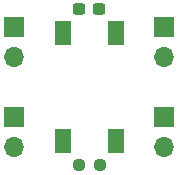
<source format=gts>
%TF.GenerationSoftware,KiCad,Pcbnew,7.0.9*%
%TF.CreationDate,2023-11-30T13:54:46-08:00*%
%TF.ProjectId,Button-Board,42757474-6f6e-42d4-926f-6172642e6b69,rev?*%
%TF.SameCoordinates,Original*%
%TF.FileFunction,Soldermask,Top*%
%TF.FilePolarity,Negative*%
%FSLAX46Y46*%
G04 Gerber Fmt 4.6, Leading zero omitted, Abs format (unit mm)*
G04 Created by KiCad (PCBNEW 7.0.9) date 2023-11-30 13:54:46*
%MOMM*%
%LPD*%
G01*
G04 APERTURE LIST*
G04 Aperture macros list*
%AMRoundRect*
0 Rectangle with rounded corners*
0 $1 Rounding radius*
0 $2 $3 $4 $5 $6 $7 $8 $9 X,Y pos of 4 corners*
0 Add a 4 corners polygon primitive as box body*
4,1,4,$2,$3,$4,$5,$6,$7,$8,$9,$2,$3,0*
0 Add four circle primitives for the rounded corners*
1,1,$1+$1,$2,$3*
1,1,$1+$1,$4,$5*
1,1,$1+$1,$6,$7*
1,1,$1+$1,$8,$9*
0 Add four rect primitives between the rounded corners*
20,1,$1+$1,$2,$3,$4,$5,0*
20,1,$1+$1,$4,$5,$6,$7,0*
20,1,$1+$1,$6,$7,$8,$9,0*
20,1,$1+$1,$8,$9,$2,$3,0*%
G04 Aperture macros list end*
%ADD10R,1.400000X2.100000*%
%ADD11RoundRect,0.237500X-0.250000X-0.237500X0.250000X-0.237500X0.250000X0.237500X-0.250000X0.237500X0*%
%ADD12RoundRect,0.237500X0.300000X0.237500X-0.300000X0.237500X-0.300000X-0.237500X0.300000X-0.237500X0*%
%ADD13R,1.700000X1.700000*%
%ADD14O,1.700000X1.700000*%
G04 APERTURE END LIST*
D10*
%TO.C,SW1*%
X80300000Y-60479000D03*
X80300000Y-51379000D03*
X84800000Y-60479000D03*
X84800000Y-51379000D03*
%TD*%
D11*
%TO.C,R1*%
X81637500Y-62533000D03*
X83462500Y-62533000D03*
%TD*%
D12*
%TO.C,C1*%
X83412500Y-49325000D03*
X81687500Y-49325000D03*
%TD*%
D13*
%TO.C,J2*%
X88900000Y-50800000D03*
D14*
X88900000Y-53340000D03*
%TD*%
D13*
%TO.C,J3*%
X76200000Y-58420000D03*
D14*
X76200000Y-60960000D03*
%TD*%
D13*
%TO.C,J4*%
X88900000Y-58420000D03*
D14*
X88900000Y-60960000D03*
%TD*%
D13*
%TO.C,J1*%
X76200000Y-50800000D03*
D14*
X76200000Y-53340000D03*
%TD*%
M02*

</source>
